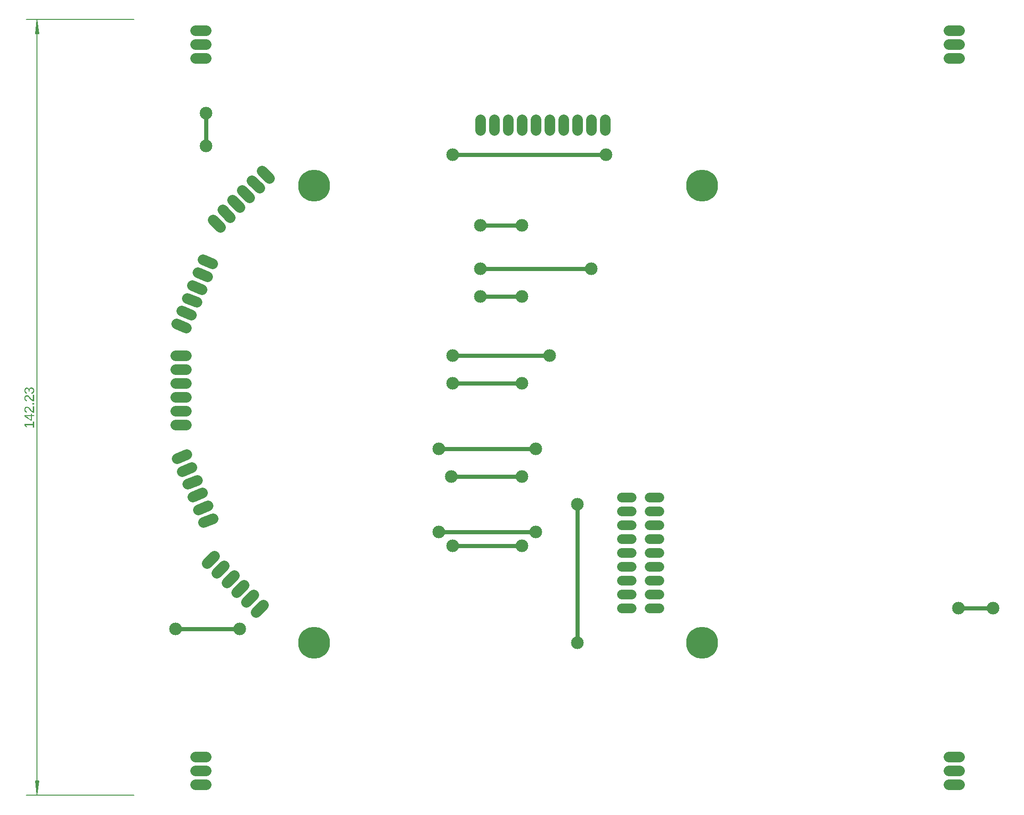
<source format=gbr>
G04 EAGLE Gerber RS-274X export*
G75*
%MOMM*%
%FSLAX34Y34*%
%LPD*%
%INTop Copper*%
%IPPOS*%
%AMOC8*
5,1,8,0,0,1.08239X$1,22.5*%
G01*
G04 Define Apertures*
%ADD10C,0.130000*%
%ADD11C,1.778000*%
%ADD12C,5.842000*%
%ADD13C,1.930400*%
%ADD14C,2.324000*%
%ADD15C,0.762000*%
G36*
X-187459Y686766D02*
X-189176Y686766D01*
X-200831Y694679D01*
X-200831Y696998D01*
X-189201Y696998D01*
X-189201Y699427D01*
X-187459Y699427D01*
X-187459Y696998D01*
X-183545Y696998D01*
X-183545Y694912D01*
X-187459Y694912D01*
X-187459Y686766D01*
G37*
%LPC*%
G36*
X-189201Y688803D02*
X-189201Y694912D01*
X-198340Y694912D01*
X-197690Y694569D01*
X-197199Y694289D01*
X-196880Y694090D01*
X-190354Y689661D01*
X-189446Y688999D01*
X-189201Y688803D01*
G37*
%LPD*%
G36*
X-187986Y736021D02*
X-188195Y738303D01*
X-187823Y738370D01*
X-187476Y738459D01*
X-187152Y738570D01*
X-186853Y738704D01*
X-186577Y738861D01*
X-186326Y739040D01*
X-186098Y739241D01*
X-185894Y739466D01*
X-185715Y739712D01*
X-185559Y739981D01*
X-185427Y740273D01*
X-185319Y740587D01*
X-185235Y740924D01*
X-185176Y741283D01*
X-185140Y741665D01*
X-185128Y742070D01*
X-185140Y742475D01*
X-185179Y742859D01*
X-185243Y743220D01*
X-185333Y743559D01*
X-185449Y743875D01*
X-185590Y744168D01*
X-185757Y744440D01*
X-185950Y744689D01*
X-186167Y744912D01*
X-186410Y745105D01*
X-186678Y745268D01*
X-186971Y745402D01*
X-187288Y745506D01*
X-187631Y745580D01*
X-187998Y745625D01*
X-188391Y745640D01*
X-188734Y745623D01*
X-189058Y745572D01*
X-189362Y745487D01*
X-189647Y745368D01*
X-189912Y745215D01*
X-190159Y745029D01*
X-190386Y744808D01*
X-190593Y744554D01*
X-190778Y744267D01*
X-190939Y743951D01*
X-191075Y743604D01*
X-191186Y743227D01*
X-191273Y742820D01*
X-191335Y742383D01*
X-191372Y741916D01*
X-191384Y741419D01*
X-191384Y740168D01*
X-193298Y740168D01*
X-193298Y741370D01*
X-193310Y741811D01*
X-193348Y742227D01*
X-193409Y742617D01*
X-193496Y742982D01*
X-193607Y743321D01*
X-193743Y743635D01*
X-193904Y743923D01*
X-194089Y744186D01*
X-194297Y744420D01*
X-194523Y744623D01*
X-194768Y744795D01*
X-195033Y744936D01*
X-195316Y745045D01*
X-195618Y745123D01*
X-195939Y745170D01*
X-196279Y745186D01*
X-196617Y745173D01*
X-196936Y745135D01*
X-197237Y745071D01*
X-197520Y744982D01*
X-197784Y744867D01*
X-198031Y744727D01*
X-198259Y744561D01*
X-198469Y744370D01*
X-198657Y744153D01*
X-198821Y743912D01*
X-198959Y743647D01*
X-199072Y743356D01*
X-199160Y743041D01*
X-199222Y742701D01*
X-199260Y742336D01*
X-199273Y741947D01*
X-199261Y741591D01*
X-199226Y741252D01*
X-199167Y740930D01*
X-199086Y740626D01*
X-198980Y740340D01*
X-198852Y740071D01*
X-198700Y739819D01*
X-198524Y739585D01*
X-198328Y739372D01*
X-198112Y739182D01*
X-197877Y739015D01*
X-197623Y738872D01*
X-197349Y738753D01*
X-197057Y738657D01*
X-196745Y738585D01*
X-196414Y738536D01*
X-196586Y736316D01*
X-197102Y736397D01*
X-197589Y736518D01*
X-198047Y736678D01*
X-198475Y736879D01*
X-198875Y737118D01*
X-199245Y737398D01*
X-199586Y737717D01*
X-199898Y738076D01*
X-200177Y738469D01*
X-200419Y738888D01*
X-200623Y739334D01*
X-200791Y739808D01*
X-200921Y740308D01*
X-201014Y740835D01*
X-201070Y741390D01*
X-201088Y741971D01*
X-201069Y742603D01*
X-201013Y743199D01*
X-200918Y743759D01*
X-200786Y744282D01*
X-200616Y744770D01*
X-200409Y745220D01*
X-200163Y745635D01*
X-199880Y746014D01*
X-199563Y746352D01*
X-199216Y746644D01*
X-198840Y746892D01*
X-198434Y747095D01*
X-197998Y747252D01*
X-197533Y747365D01*
X-197037Y747433D01*
X-196512Y747455D01*
X-196108Y747441D01*
X-195723Y747397D01*
X-195357Y747325D01*
X-195011Y747224D01*
X-194684Y747093D01*
X-194377Y746934D01*
X-194088Y746746D01*
X-193820Y746529D01*
X-193571Y746284D01*
X-193343Y746013D01*
X-193136Y745716D01*
X-192950Y745393D01*
X-192785Y745043D01*
X-192641Y744667D01*
X-192517Y744265D01*
X-192415Y743836D01*
X-192366Y743836D01*
X-192300Y744307D01*
X-192206Y744752D01*
X-192085Y745169D01*
X-191936Y745560D01*
X-191760Y745924D01*
X-191556Y746261D01*
X-191324Y746571D01*
X-191065Y746854D01*
X-190784Y747107D01*
X-190484Y747326D01*
X-190167Y747512D01*
X-189832Y747664D01*
X-189480Y747782D01*
X-189110Y747866D01*
X-188723Y747917D01*
X-188317Y747934D01*
X-188022Y747928D01*
X-187736Y747910D01*
X-187189Y747839D01*
X-186675Y747720D01*
X-186195Y747553D01*
X-185749Y747339D01*
X-185336Y747078D01*
X-184957Y746769D01*
X-184612Y746412D01*
X-184305Y746012D01*
X-184038Y745571D01*
X-183812Y745089D01*
X-183628Y744566D01*
X-183484Y744003D01*
X-183382Y743399D01*
X-183320Y742755D01*
X-183300Y742070D01*
X-183318Y741430D01*
X-183374Y740823D01*
X-183466Y740250D01*
X-183596Y739709D01*
X-183762Y739202D01*
X-183966Y738728D01*
X-184206Y738288D01*
X-184484Y737880D01*
X-184797Y737509D01*
X-185146Y737177D01*
X-185531Y736885D01*
X-185951Y736633D01*
X-186407Y736421D01*
X-186898Y736248D01*
X-187424Y736115D01*
X-187986Y736021D01*
G37*
G36*
X-183545Y701422D02*
X-185103Y701422D01*
X-185800Y701752D01*
X-186454Y702116D01*
X-187066Y702516D01*
X-187636Y702949D01*
X-188172Y703406D01*
X-188682Y703874D01*
X-189166Y704353D01*
X-189624Y704845D01*
X-190481Y705834D01*
X-191274Y706814D01*
X-192035Y707741D01*
X-192795Y708574D01*
X-193180Y708948D01*
X-193574Y709284D01*
X-193977Y709583D01*
X-194390Y709844D01*
X-194602Y709957D01*
X-194821Y710056D01*
X-195047Y710139D01*
X-195279Y710207D01*
X-195519Y710260D01*
X-195766Y710298D01*
X-196019Y710321D01*
X-196279Y710328D01*
X-196625Y710315D01*
X-196951Y710276D01*
X-197257Y710211D01*
X-197543Y710120D01*
X-197809Y710003D01*
X-198055Y709859D01*
X-198281Y709690D01*
X-198488Y709494D01*
X-198672Y709275D01*
X-198831Y709036D01*
X-198966Y708777D01*
X-199076Y708497D01*
X-199162Y708197D01*
X-199224Y707877D01*
X-199260Y707536D01*
X-199273Y707176D01*
X-199261Y706831D01*
X-199225Y706501D01*
X-199165Y706187D01*
X-199081Y705889D01*
X-198973Y705606D01*
X-198841Y705339D01*
X-198686Y705087D01*
X-198506Y704851D01*
X-198305Y704634D01*
X-198084Y704441D01*
X-197844Y704271D01*
X-197584Y704125D01*
X-197305Y704003D01*
X-197007Y703904D01*
X-196690Y703829D01*
X-196353Y703777D01*
X-196561Y701520D01*
X-197067Y701601D01*
X-197545Y701722D01*
X-197997Y701883D01*
X-198423Y702083D01*
X-198822Y702323D01*
X-199195Y702602D01*
X-199542Y702921D01*
X-199862Y703280D01*
X-200149Y703673D01*
X-200398Y704092D01*
X-200609Y704538D01*
X-200782Y705012D01*
X-200916Y705512D01*
X-201012Y706040D01*
X-201069Y706594D01*
X-201088Y707176D01*
X-201069Y707810D01*
X-201011Y708407D01*
X-200915Y708965D01*
X-200780Y709487D01*
X-200607Y709970D01*
X-200395Y710415D01*
X-200144Y710823D01*
X-199855Y711193D01*
X-199531Y711523D01*
X-199174Y711808D01*
X-198785Y712049D01*
X-198363Y712247D01*
X-197909Y712400D01*
X-197423Y712510D01*
X-196904Y712576D01*
X-196353Y712598D01*
X-196102Y712591D01*
X-195851Y712569D01*
X-195600Y712533D01*
X-195350Y712483D01*
X-194851Y712339D01*
X-194353Y712138D01*
X-193856Y711880D01*
X-193359Y711566D01*
X-192863Y711196D01*
X-192366Y710770D01*
X-191801Y710213D01*
X-191099Y709448D01*
X-190261Y708477D01*
X-189286Y707298D01*
X-188724Y706629D01*
X-188190Y706032D01*
X-187684Y705506D01*
X-187207Y705053D01*
X-186748Y704665D01*
X-186298Y704335D01*
X-185856Y704064D01*
X-185422Y703851D01*
X-185422Y712868D01*
X-183545Y712868D01*
X-183545Y701422D01*
G37*
G36*
X-183545Y722359D02*
X-185103Y722359D01*
X-185800Y722689D01*
X-186454Y723054D01*
X-187066Y723453D01*
X-187636Y723887D01*
X-188172Y724343D01*
X-188682Y724811D01*
X-189166Y725291D01*
X-189624Y725782D01*
X-190481Y726771D01*
X-191274Y727751D01*
X-192035Y728679D01*
X-192795Y729512D01*
X-193180Y729885D01*
X-193574Y730222D01*
X-193977Y730520D01*
X-194390Y730781D01*
X-194602Y730895D01*
X-194821Y730993D01*
X-195047Y731077D01*
X-195279Y731145D01*
X-195519Y731198D01*
X-195766Y731236D01*
X-196019Y731258D01*
X-196279Y731266D01*
X-196625Y731253D01*
X-196951Y731214D01*
X-197257Y731149D01*
X-197543Y731057D01*
X-197809Y730940D01*
X-198055Y730797D01*
X-198281Y730627D01*
X-198488Y730432D01*
X-198672Y730213D01*
X-198831Y729974D01*
X-198966Y729715D01*
X-199076Y729435D01*
X-199162Y729135D01*
X-199224Y728815D01*
X-199260Y728474D01*
X-199273Y728113D01*
X-199261Y727768D01*
X-199225Y727439D01*
X-199165Y727125D01*
X-199081Y726826D01*
X-198973Y726544D01*
X-198841Y726276D01*
X-198686Y726024D01*
X-198506Y725788D01*
X-198305Y725572D01*
X-198084Y725378D01*
X-197844Y725209D01*
X-197584Y725063D01*
X-197305Y724940D01*
X-197007Y724842D01*
X-196690Y724766D01*
X-196353Y724715D01*
X-196561Y722457D01*
X-197067Y722539D01*
X-197545Y722659D01*
X-197997Y722820D01*
X-198423Y723020D01*
X-198822Y723260D01*
X-199195Y723540D01*
X-199542Y723859D01*
X-199862Y724218D01*
X-200149Y724610D01*
X-200398Y725030D01*
X-200609Y725476D01*
X-200782Y725949D01*
X-200916Y726450D01*
X-201012Y726977D01*
X-201069Y727532D01*
X-201088Y728113D01*
X-201069Y728747D01*
X-201011Y729344D01*
X-200915Y729903D01*
X-200780Y730424D01*
X-200607Y730907D01*
X-200395Y731353D01*
X-200144Y731761D01*
X-199855Y732131D01*
X-199531Y732460D01*
X-199174Y732745D01*
X-198785Y732987D01*
X-198363Y733184D01*
X-197909Y733338D01*
X-197423Y733448D01*
X-196904Y733514D01*
X-196353Y733536D01*
X-196102Y733528D01*
X-195851Y733507D01*
X-195600Y733471D01*
X-195350Y733420D01*
X-194851Y733277D01*
X-194353Y733075D01*
X-193856Y732817D01*
X-193359Y732503D01*
X-192863Y732133D01*
X-192366Y731708D01*
X-191801Y731150D01*
X-191099Y730386D01*
X-190261Y729414D01*
X-189286Y728236D01*
X-188724Y727566D01*
X-188190Y726969D01*
X-187684Y726444D01*
X-187207Y725991D01*
X-186748Y725603D01*
X-186298Y725273D01*
X-185856Y725002D01*
X-185422Y724788D01*
X-185422Y733805D01*
X-183545Y733805D01*
X-183545Y722359D01*
G37*
G36*
X-183545Y674135D02*
X-185422Y674135D01*
X-185422Y678539D01*
X-198721Y678539D01*
X-195936Y674637D01*
X-198021Y674637D01*
X-200831Y678723D01*
X-200831Y680759D01*
X-185422Y680759D01*
X-185422Y684967D01*
X-183545Y684967D01*
X-183545Y674135D01*
G37*
G36*
X-183545Y716421D02*
X-186232Y716421D01*
X-186232Y718813D01*
X-183545Y718813D01*
X-183545Y716421D01*
G37*
D10*
X0Y0D02*
X-197300Y0D01*
X-197300Y1422275D02*
X0Y1422275D01*
X-177800Y1421625D02*
X-177800Y650D01*
X-180992Y26000D01*
X-174608Y26000D01*
X-177800Y650D01*
X-179100Y26000D01*
X-176500Y26000D02*
X-177800Y650D01*
X-180400Y26000D01*
X-175200Y26000D02*
X-177800Y650D01*
X-180992Y1396275D02*
X-177800Y1421625D01*
X-180992Y1396275D02*
X-174608Y1396275D01*
X-177800Y1421625D01*
X-179100Y1396275D01*
X-176500Y1396275D02*
X-177800Y1421625D01*
X-180400Y1396275D01*
X-175200Y1396275D02*
X-177800Y1421625D01*
D11*
X893535Y342900D02*
X911315Y342900D01*
X911315Y368300D02*
X893535Y368300D01*
X893535Y393700D02*
X911315Y393700D01*
X911315Y419100D02*
X893535Y419100D01*
X944335Y342900D02*
X962115Y342900D01*
X962115Y368300D02*
X944335Y368300D01*
X944335Y393700D02*
X962115Y393700D01*
X962115Y419100D02*
X944335Y419100D01*
X911315Y444500D02*
X893535Y444500D01*
X944335Y444500D02*
X962115Y444500D01*
X911315Y469900D02*
X893535Y469900D01*
X944335Y469900D02*
X962115Y469900D01*
X911315Y495300D02*
X893535Y495300D01*
X944335Y495300D02*
X962115Y495300D01*
X911315Y520700D02*
X893535Y520700D01*
X944335Y520700D02*
X962115Y520700D01*
X911315Y546100D02*
X893535Y546100D01*
X944335Y546100D02*
X962115Y546100D01*
D12*
X330200Y279400D03*
X330200Y1117600D03*
X1041400Y1117600D03*
X1041400Y279400D03*
D13*
X635000Y1219200D02*
X635000Y1238504D01*
X660400Y1238504D02*
X660400Y1219200D01*
X685800Y1219200D02*
X685800Y1238504D01*
X711200Y1238504D02*
X711200Y1219200D01*
X736600Y1219200D02*
X736600Y1238504D01*
X762000Y1238504D02*
X762000Y1219200D01*
X787400Y1219200D02*
X787400Y1238504D01*
X812800Y1238504D02*
X812800Y1219200D01*
X838200Y1219200D02*
X838200Y1238504D01*
X863600Y1238504D02*
X863600Y1219200D01*
X132080Y70612D02*
X112776Y70612D01*
X112776Y45212D02*
X132080Y45212D01*
X132080Y19812D02*
X112776Y19812D01*
X112776Y1402463D02*
X132080Y1402463D01*
X132080Y1377063D02*
X112776Y1377063D01*
X112776Y1351663D02*
X132080Y1351663D01*
X1493520Y1351280D02*
X1512824Y1351280D01*
X1512824Y1376680D02*
X1493520Y1376680D01*
X1493520Y1402080D02*
X1512824Y1402080D01*
X1512824Y19812D02*
X1493520Y19812D01*
X1493520Y45212D02*
X1512824Y45212D01*
X1512824Y70612D02*
X1493520Y70612D01*
X157871Y1041795D02*
X144221Y1055445D01*
X162182Y1073405D02*
X175832Y1059755D01*
X193792Y1077716D02*
X180142Y1091366D01*
X198103Y1109326D02*
X211753Y1095676D01*
X229713Y1113637D02*
X216063Y1127287D01*
X234024Y1145247D02*
X247674Y1131597D01*
X95367Y857201D02*
X77533Y864589D01*
X87253Y888055D02*
X105087Y880668D01*
X114808Y904134D02*
X96973Y911522D01*
X106693Y934988D02*
X124528Y927601D01*
X134248Y951068D02*
X116413Y958455D01*
X126134Y981921D02*
X143968Y974534D01*
X95377Y679450D02*
X76073Y679450D01*
X76073Y704850D02*
X95377Y704850D01*
X95377Y730250D02*
X76073Y730250D01*
X76073Y755650D02*
X95377Y755650D01*
X95377Y781050D02*
X76073Y781050D01*
X76073Y806450D02*
X95377Y806450D01*
X144580Y507547D02*
X126746Y500159D01*
X117026Y523626D02*
X134860Y531013D01*
X125140Y554480D02*
X107306Y547092D01*
X97585Y570559D02*
X115420Y577946D01*
X105700Y601413D02*
X87865Y594025D01*
X78145Y617492D02*
X95980Y624879D01*
X237074Y349340D02*
X223424Y335690D01*
X205463Y353650D02*
X219113Y367300D01*
X201153Y385261D02*
X187503Y371611D01*
X169542Y389571D02*
X183192Y403221D01*
X165232Y421182D02*
X151582Y407532D01*
X133621Y425492D02*
X147271Y439142D01*
D14*
X76200Y304800D03*
D15*
X193739Y304800D01*
D14*
X193739Y304800D03*
X132080Y1190625D03*
D15*
X132080Y1250950D01*
D14*
X132080Y1250950D03*
X1511300Y342900D03*
D15*
X1574800Y342900D01*
D14*
X1574800Y342900D03*
X584200Y755650D03*
D15*
X711200Y755650D01*
D14*
X711200Y755650D03*
X581025Y584200D03*
D15*
X711200Y584200D01*
D14*
X711200Y584200D03*
X584200Y457200D03*
D15*
X711200Y457200D01*
D14*
X711200Y457200D03*
X635000Y914400D03*
D15*
X711200Y914400D01*
D14*
X711200Y914400D03*
X635000Y1044575D03*
D15*
X711200Y1044575D01*
D14*
X711200Y1044575D03*
X736600Y482600D03*
D15*
X558800Y482600D01*
D14*
X558800Y482600D03*
X736600Y635000D03*
D15*
X558800Y635000D01*
D14*
X558800Y635000D03*
X762000Y806450D03*
D15*
X584200Y806450D01*
D14*
X584200Y806450D03*
X635000Y965200D03*
D15*
X838200Y965200D01*
D14*
X838200Y965200D03*
D15*
X864966Y1174750D02*
X584200Y1174750D01*
D14*
X864966Y1174750D03*
X584200Y1174750D03*
X812800Y279400D03*
D15*
X812800Y533400D01*
D14*
X812800Y533400D03*
M02*

</source>
